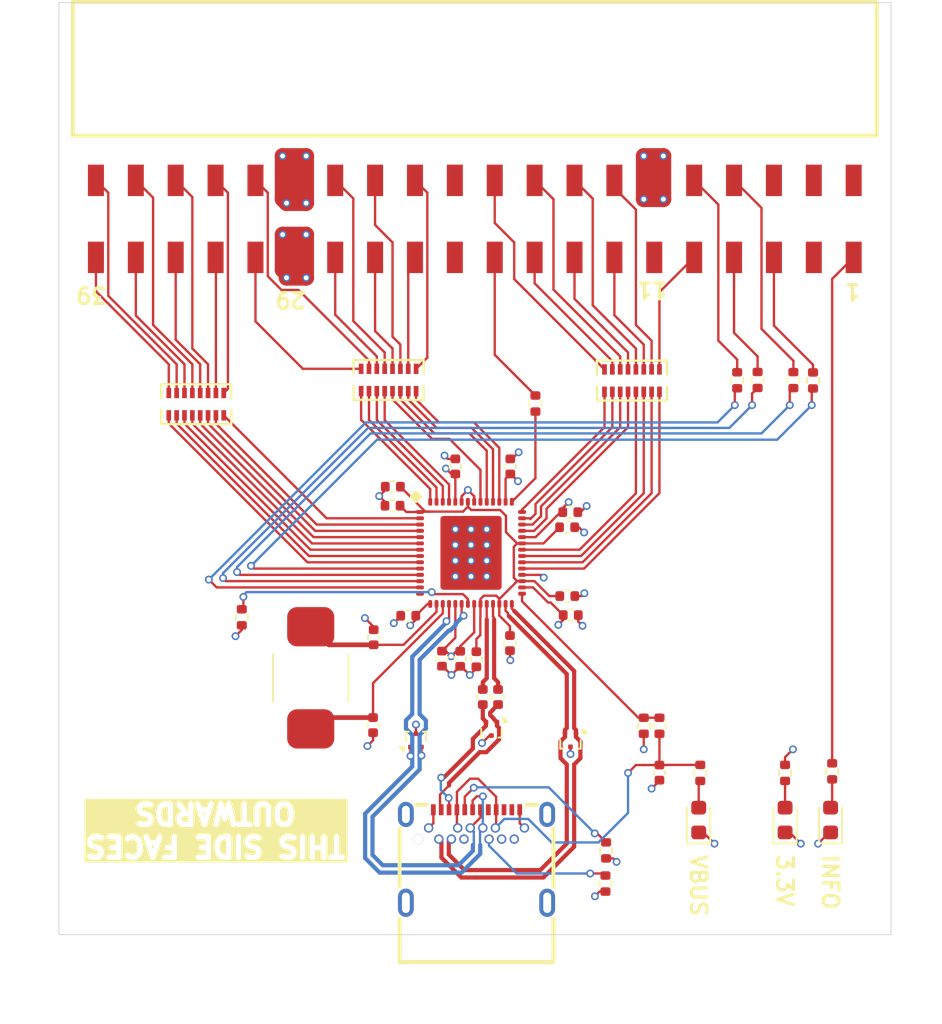
<source format=kicad_pcb>
(kicad_pcb (version 20240108) (generator "pcbnew") (generator_version "8.0")
  (layers (0 "F.Cu" signal) (1 "In1.Cu" power) (2 "In2.Cu" power) (31 "B.Cu" signal) (34 "B.Paste" user) (35 "F.Paste" user) (36 "B.SilkS" user "B.Silkscreen") (37 "F.SilkS" user "F.Silkscreen") (38 "B.Mask" user) (39 "F.Mask" user) (44 "Edge.Cuts" user))
  (net 0 "")
  (net 1 "/USB_TXN")
  (net 2 "/USB_TXP")
  (net 3 "GND")
  (net 4 "/VBUS")
  (net 5 "/XO")
  (net 6 "/XI")
  (net 7 "+3.3V")
  (net 8 "+1V0")
  (net 9 "/DATA10")
  (net 10 "/GPIO0")
  (net 11 "/DATA8")
  (net 12 "/DATA5")
  (net 13 "/~{TXE}")
  (net 14 "/DATA7")
  (net 15 "/DATA12")
  (net 16 "/~{SIWU}")
  (net 17 "/BE_1")
  (net 18 "/DATA3")
  (net 19 "/DATA4")
  (net 20 "/DATA2")
  (net 21 "+5V")
  (net 22 "/DATA13")
  (net 23 "/DATA11")
  (net 24 "/~{WAKEUP}")
  (net 25 "/DATA14")
  (net 26 "/DATA_CLK")
  (net 27 "/DATA9")
  (net 28 "/DATA15")
  (net 29 "/BE_0")
  (net 30 "/DATA0")
  (net 31 "/~{RD}")
  (net 32 "/DATA1")
  (net 33 "/DATA6")
  (net 34 "/~{RESET}")
  (net 35 "/~{WR}")
  (net 36 "/~{RXF}")
  (net 37 "/~{OE}")
  (net 38 "/GPIO1")
  (net 39 "Net-(IC1-GPIO0)")
  (net 40 "Net-(IC1-CLK)")
  (net 41 "Net-(IC1-GPIO1)")
  (net 42 "Net-(IC1-~{WAKEUP_N})")
  (net 43 "Net-(IC1-~{RESET_N})")
  (net 44 "Net-(USB1-CC1)")
  (net 45 "Net-(USB1-CC2)")
  (net 46 "Net-(IC1-RREF)")
  (net 47 "Net-(IC1-DATA_12)")
  (net 48 "Net-(IC1-DATA_9)")
  (net 49 "Net-(IC1-DATA_11)")
  (net 50 "Net-(IC1-DATA_14)")
  (net 51 "Net-(IC1-DATA_10)")
  (net 52 "Net-(IC1-DATA_13)")
  (net 53 "Net-(IC1-DATA_8)")
  (net 54 "Net-(IC1-DATA_15)")
  (net 55 "Net-(IC1-DATA_5)")
  (net 56 "Net-(IC1-DATA_3)")
  (net 57 "Net-(IC1-DATA_7)")
  (net 58 "Net-(IC1-DATA_2)")
  (net 59 "Net-(IC1-DATA_0)")
  (net 60 "Net-(IC1-DATA_6)")
  (net 61 "Net-(IC1-DATA_4)")
  (net 62 "Net-(IC1-DATA_1)")
  (net 63 "Net-(IC1-SIWU_N)")
  (net 64 "Net-(IC1-BE_1)")
  (net 65 "Net-(IC1-RD_N)")
  (net 66 "Net-(IC1-TXE_N)")
  (net 67 "Net-(IC1-WR_N)")
  (net 68 "Net-(IC1-RXF_N)")
  (net 69 "Net-(IC1-BE_0)")
  (net 70 "Net-(IC1-OE_N)")
  (net 71 "/USB_DP")
  (net 72 "/USB_DN")
  (net 73 "/USB_RXP")
  (net 74 "/USB_RXN")
  (net 88 "/USB_I_TXN")
  (net 89 "/USB_I_TXP")
  (net 90 "Net-(D1-A)")
  (net 91 "Net-(D2-A)")
  (net 92 "/VBUS_IO")
  (net 93 "Net-(D3-A)")
  (net 94 "/INFO_LED")
  (footprint "Capacitor_SMD:C_0402_1005Metric" (layer "F.Cu") (at 100.34 121.77 -90)
    (property "Reference" "C22")
    (property "Value" "0.1uF")
  )
  (footprint "Resistor_SMD:R_0402_1005Metric" (layer "F.Cu") (at 118.25 104 90)
    (property "Reference" "R1")
    (property "Value" "100R")
  )
  (footprint "Package_TO_SOT_SMD:Texas_DRT-3" (layer "F.Cu") (at 106.3325 126.9125 180)
    (property "Reference" "U2")
    (property "Value" "TPD2EUSB30")
  )
  (footprint "Resistor_SMD:R_0402_1005Metric" (layer "F.Cu") (at 114.6 129 90)
    (property "Reference" "R9")
    (property "Value" "1K")
  )
  (footprint "Capacitor_SMD:C_0402_1005Metric" (layer "F.Cu") (at 112 128.98 -90)
    (property "Reference" "C3")
    (property "Value" "0.1uF")
  )
  (footprint "Resistor_SMD:R_0402_1005Metric" (layer "F.Cu") (at 108.6 133.93 90)
    (property "Reference" "R6")
    (property "Value" "5.1K")
  )
  (footprint "Resistor_SMD:R_0402_1005Metric" (layer "F.Cu") (at 116.95 104.02 90)
    (property "Reference" "R3")
    (property "Value" "100R")
  )
  (footprint "EasyEDA:RES-ARRAY-SMD_0402-16P-L4.0-W1.6-BL" (layer "F.Cu") (at 82.5 105.54 180)
    (property "Reference" "RN3")
    (property "Value" "33R")
  )
  (footprint "Capacitor_SMD:C_0402_1005Metric" (layer "F.Cu") (at 96 119 180)
    (property "Reference" "C6")
    (property "Value" "0.1uF")
  )
  (footprint "Resistor_SMD:R_0402_1005Metric" (layer "F.Cu") (at 108.56 136.04 -90)
    (property "Reference" "R7")
    (property "Value" "5.1K")
  )
  (footprint "Resistor_SMD:R_0402_1005Metric" (layer "F.Cu") (at 120.53 104.01 90)
    (property "Reference" "R4")
    (property "Value" "100R")
  )
  (footprint "Resistor_SMD:R_0402_1005Metric" (layer "F.Cu") (at 104.1 105.5 90)
    (property "Reference" "R2")
    (property "Value" "33R")
  )
  (footprint "Resistor_SMD:R_0402_1005Metric" (layer "F.Cu") (at 85.4 119.1 90)
    (property "Reference" "R8")
    (property "Value" "1.6K")
  )
  (footprint "USBBoard3:QFN40P700X700X85-57N" (layer "F.Cu") (at 100 115)
    (property "Reference" "IC1")
    (property "Value" "FT600Q-B-T")
  )
  (footprint "LED_SMD:LED_0603_1608Metric" (layer "F.Cu") (at 120 132 90)
    (property "Reference" "D2")
    (property "Value" "LED")
  )
  (footprint "Capacitor_SMD:C_0402_1005Metric" (layer "F.Cu") (at 101.72 124.17 90)
    (property "Reference" "C2")
    (property "Value" "0.1uF")
  )
  (footprint "LED_SMD:LED_0603_1608Metric" (layer "F.Cu") (at 122.9 132 90)
    (property "Reference" "D3")
    (property "Value" "LED")
  )
  (footprint "Resistor_SMD:R_0402_1005Metric" (layer "F.Cu") (at 121.78 104.03 90)
    (property "Reference" "R5")
    (property "Value" "100R")
  )
  (footprint "Resistor_SMD:R_0402_1005Metric" (layer "F.Cu") (at 123 128.9 90)
    (property "Reference" "R13")
    (property "Value" "510R")
  )
  (footprint "Package_TO_SOT_SMD:Texas_DRT-3" (layer "F.Cu") (at 96.49 126.93)
    (property "Reference" "U1")
    (property "Value" "TPD2EUSB30")
  )
  (footprint "EasyEDA:RES-ARRAY-SMD_0402-16P-L4.0-W1.6-BL" (layer "F.Cu") (at 110.25 104.04)
    (property "Reference" "RN2")
    (property "Value" "33R")
  )
  (footprint "Capacitor_SMD:C_0402_1005Metric" (layer "F.Cu") (at 106.35 118.96)
    (property "Reference" "C7")
    (property "Value" "0.1uF")
  )
  (footprint "EasyEDA:RES-ARRAY-SMD_0402-16P-L4.0-W1.6-BL" (layer "F.Cu") (at 94.75 104)
    (property "Reference" "RN1")
    (property "Value" "33R")
  )
  (footprint "Resistor_SMD:R_0402_1005Metric" (layer "F.Cu") (at 120 129 90)
    (property "Reference" "R10")
    (property "Value" "510R")
  )
  (footprint "Capacitor_SMD:C_0402_1005Metric" (layer "F.Cu") (at 99.31 121.74 -90)
    (property "Reference" "C10")
    (property "Value" "0.1uF")
  )
  (footprint "Package_TO_SOT_SMD:Texas_DRT-3" (layer "F.Cu") (at 101.3 126.2 180)
    (property "Reference" "U3")
    (property "Value" "TPD2EUSB30")
  )
  (footprint "Capacitor_SMD:C_0402_1005Metric" (layer "F.Cu") (at 93.8 120.37 90)
    (property "Reference" "C5")
    (property "Value" "18pF")
  )
  (footprint "Capacitor_SMD:C_0402_1005Metric" (layer "F.Cu") (at 106.32 112.41)
    (property "Reference" "C8")
    (property "Value" "0.1uF")
  )
  (footprint "Capacitor_SMD:C_0402_1005Metric" (layer "F.Cu") (at 93.76 125.96 -90)
    (property "Reference" "C4")
    (property "Value" "18pF")
  )
  (footprint "Capacitor_SMD:C_0402_1005Metric" (layer "F.Cu") (at 106.13 117.75)
    (property "Reference" "C16")
    (property "Value" "0.1uF")
  )
  (footprint "Capacitor_SMD:C_0402_1005Metric" (layer "F.Cu") (at 98.15 121.73 -90)
    (property "Reference" "C9")
    (property "Value" "0.1uF")
  )
  (footprint "Crystal:Crystal_SMD_TXC_AX_8045-2Pin_8.0x4.5mm" (layer "F.Cu") (at 89.79 122.95 -90)
    (property "Reference" "Y1")
    (property "Value" "30Mhz")
  )
  (footprint "Capacitor_SMD:C_0402_1005Metric" (layer "F.Cu") (at 106.12 113.37)
    (property "Reference" "C18")
    (property "Value" "0.1uF")
  )
  (footprint "LED_SMD:LED_0603_1608Metric" (layer "F.Cu") (at 114.5 132 90)
    (property "Reference" "D1")
    (property "Value" "LED")
  )
  (footprint "Resistor_SMD:R_0402_1005Metric" (layer "F.Cu") (at 111 126 90)
    (property "Reference" "R11")
    (property "Value" "1K")
  )
  (footprint "Capacitor_SMD:C_0402_1005Metric" (layer "F.Cu") (at 102.48 120.74 -90)
    (property "Reference" "C24")
    (property "Value" "1uF")
  )
  (footprint "EasyEDA:USB-C-SMD_GT-USB-7001B" (layer "F.Cu") (at 100.35 134.3025)
    (property "Reference" "USB1")
    (property "Value" "GT-USB-7001B")
  )
  (footprint "Capacitor_SMD:C_0402_1005Metric" (layer "F.Cu") (at 95.02 110.79 180)
    (property "Reference" "C20")
    (property "Value" "0.1uF")
  )
  (footprint "EasyEDA:HDR-SMD_40P-P2.54_PM254-2-20-WS-8.5" (layer "F.Cu") (at 100.24 93.75)
    (property "Reference" "H1")
    (property "Value" "PM254-2-20-WS-8.5")
  )
  (footprint "Capacitor_SMD:C_0402_1005Metric" (layer "F.Cu") (at 95 112 180)
    (property "Reference" "C25")
    (property "Value" "4.7uF")
  )
  (footprint "Capacitor_SMD:C_0402_1005Metric" (layer "F.Cu") (at 99 109.5 90)
    (property "Reference" "C14")
    (property "Value" "0.1uF")
  )
  (footprint "Capacitor_SMD:C_0402_1005Metric" (layer "F.Cu") (at 102.5 109.5 90)
    (property "Reference" "C12")
    (property "Value" "0.1uF")
  )
  (footprint "Resistor_SMD:R_0402_1005Metric" (layer "F.Cu") (at 112 126 -90)
    (property "Reference" "R12")
    (property "Value" "510R")
  )
  (footprint "Capacitor_SMD:C_0402_1005Metric" (layer "F.Cu") (at 100.75 124.17 90)
    (property "Reference" "C1")
    (property "Value" "0.1uF")
  )
  (gr_rect (start 73.75 79.99) (end 126.75 139.29) (stroke (width 0.05)) (fill none) (layer "Edge.Cuts"))
  (gr_text "." (at 95.1 112.3 0) (layer "F.SilkS") (effects (font (size 5 5) (thickness 0.3) (bold yes)) (justify left bottom)))
  (gr_text "1" (at 124.9 97.8 180) (layer "F.SilkS") (effects (font (size 1 1) (thickness 0.2) (bold yes)) (justify left bottom)))
  (gr_text "11" (at 112.6 97.7 180) (layer "F.SilkS") (effects (font (size 1 1) (thickness 0.2) (bold yes)) (justify left bottom)))
  (gr_text "29" (at 89.6 98.3 180) (layer "F.SilkS") (effects (font (size 1 1) (thickness 0.2) (bold yes)) (justify left bottom)))
  (gr_text "THIS SIDE FACES\nOUTWARDS" (at 83.7 130.8 180) (layer "F.SilkS" knockout) (effects (font (size 1.3 1.3) (thickness 0.325) (bold yes)) (justify bottom)))
  (gr_text "INFO" (at 122.3 134.1 -90) (layer "F.SilkS") (effects (font (size 1 1) (thickness 0.2) (bold yes)) (justify left bottom)))
  (gr_text "39" (at 76.9 98 180) (layer "F.SilkS") (effects (font (size 1 1) (thickness 0.2) (bold yes)) (justify left bottom)))
  (gr_text "3.3V" (at 119.4 134.1 -90) (layer "F.SilkS") (effects (font (size 1 1) (thickness 0.2) (bold yes)) (justify left bottom)))
  (gr_text "VBUS" (at 113.9 134.1 -90) (layer "F.SilkS") (effects (font (size 1 1) (thickness 0.2) (bold yes)) (justify left bottom)))
  (segment (start 101 119.246463) (end 100.9998 119.246663) (width 0.15) (layer "F.Cu") (net 1))
  (segment (start 100.9998 122.975199) (end 100.9998 119.246663) (width 0.2672) (layer "F.Cu") (net 1))
  (segment (start 100.75 123.224999) (end 100.9998 122.975199) (width 0.2672) (layer "F.Cu") (net 1))
  (segment (start 101 118.25) (end 101 119.246463) (width 0.15) (layer "F.Cu") (net 1))
  (segment (start 100.75 123.69) (end 100.75 123.224999) (width 0.2672) (layer "F.Cu") (net 1))
  (segment (start 101.72 123.69) (end 101.72 123.224999) (width 0.2672) (layer "F.Cu") (net 2))
  (segment (start 101.4 119.069015) (end 101.4702 119.139215) (width 0.15) (layer "F.Cu") (net 2))
  (segment (start 101.72 123.224999) (end 101.4702 122.975199) (width 0.2672) (layer "F.Cu") (net 2))
  (segment (start 101.4 118.25) (end 101.4 119.069015) (width 0.15) (layer "F.Cu") (net 2))
  (segment (start 101.4702 119.139215) (end 101.4702 119.246663) (width 0.15) (layer "F.Cu") (net 2))
  (segment (start 101.4702 122.975199) (end 101.4702 119.246663) (width 0.2672) (layer "F.Cu") (net 2))
  (segment (start 88.81 92.06) (end 89.5 92.75) (width 1) (layer "F.Cu") (net 3))
  (segment (start 106.8 112.41) (end 106.97 112.41) (width 0.15) (layer "F.Cu") (net 3))
  (segment (start 93.8 119.89) (end 93.8 119.71) (width 0.15) (layer "F.Cu") (net 3))
  (segment (start 102.5 109.02) (end 102.61 109.02) (width 0.15) (layer "F.Cu") (net 3))
  (segment (start 114.7875 132.7875) (end 115.5 133.5) (width 0.15) (layer "F.Cu") (net 3))
  (segment (start 103.1 131.3425) (end 103.1 132.2025) (width 0.15) (layer "F.Cu") (net 3))
  (segment (start 109.05 134.44) (end 109.27 134.66) (width 0.15) (layer "F.Cu") (net 3))
  (segment (start 106.97 112.41) (end 107.36 112.02) (width 0.15) (layer "F.Cu") (net 3))
  (segment (start 102.48 121.81) (end 102.5 121.83) (width 0.15) (layer "F.Cu") (net 3))
  (segment (start 94.54 110.79) (end 94.54 111) (width 0.15) (layer "F.Cu") (net 3))
  (segment (start 88 89.75) (end 89.5 89.75) (width 1) (layer "F.Cu") (net 3))
  (segment (start 88.81 90.56) (end 88 89.75) (width 1) (layer "F.Cu") (net 3))
  (segment (start 104.455 116.4) (end 104.63 116.575) (width 0.15) (layer "F.Cu") (net 3))
  (segment (start 101.3 126.625) (end 101.175 126.625) (width 0.15) (layer "F.Cu") (net 3))
  (segment (start 95.52 119.03) (end 95.08 119.47) (width 0.15) (layer "F.Cu") (net 3))
  (segment (start 102.48 121.22) (end 102.48 121.81) (width 0.15) (layer "F.Cu") (net 3))
  (segment (start 106.6 113.37) (end 106.87 113.37) (width 0.15) (layer "F.Cu") (net 3))
  (segment (start 111.67 91.3) (end 111.67 91.92) (width 1) (layer "F.Cu") (net 3))
  (segment (start 99.3 122.22) (end 98.75 122.77) (width 0.15) (layer "F.Cu") (net 3))
  (segment (start 114.5 132.7875) (end 114.7875 132.7875) (width 0.15) (layer "F.Cu") (net 3))
  (segment (start 102.61 109.02) (end 103.03 108.6) (width 0.15) (layer "F.Cu") (net 3))
  (segment (start 88.81 92.19) (end 88.25 92.75) (width 1) (layer "F.Cu") (net 3))
  (segment (start 95.52 119) (end 95.52 119.03) (width 0.15) (layer "F.Cu") (net 3))
  (segment (start 88 89.75) (end 88 92.5) (width 1) (layer "F.Cu") (net 3))
  (segment (start 100.2 111.75) (end 100.2 111.400345) (width 0.15) (layer "F.Cu") (net 3))
  (segment (start 85.4 119.61) (end 85.4 119.9) (width 0.15) (layer "F.Cu") (net 3))
  (segment (start 111.67 91.3) (end 111.67 90.42) (width 1) (layer "F.Cu") (net 3))
  (segment (start 112 129.5) (end 111.5 130) (width 0.15) (layer "F.Cu") (net 3))
  (segment (start 97.6 131.3425) (end 97.6 132.2025) (width 0.15) (layer "F.Cu") (net 3))
  (segment (start 103.1 132.2025) (end 103.4 132.5025) (width 0.15) (layer "F.Cu") (net 3))
  (segment (start 108.19 136.55) (end 107.89 136.85) (width 0.15) (layer "F.Cu") (net 3))
  (segment (start 112 129.46) (end 112 129.5) (width 0.15) (layer "F.Cu") (net 3))
  (segment (start 98.52 109.02) (end 98.31 108.81) (width 0.15) (layer "F.Cu") (net 3))
  (segment (start 94.52 111.76) (end 94.15 111.39) (width 0.15) (layer "F.Cu") (net 3))
  (segment (start 111 89.75) (end 111 92.5) (width 1) (layer "F.Cu") (net 3))
  (segment (start 111.67 91.83) (end 111 92.5) (width 1) (layer "F.Cu") (net 3))
  (segment (start 106.83 119.37) (end 107.1 119.64) (width 0.15) (layer "F.Cu") (net 3))
  (segment (start 99.31 122.22) (end 99.3 122.22) (width 0.15) (layer "F.Cu") (net 3))
  (segment (start 88.81 91.3) (end 88.81 90.44) (width 1) (layer "F.Cu") (net 3))
  (segment (start 100.2 111.400345) (end 99.799656 111.000001) (width 0.15) (layer "F.Cu") (net 3))
  (segment (start 106.61 117.75) (end 107.04 117.75) (width 0.15) (layer "F.Cu") (net 3))
  (segment (start 88.81 91.3) (end 88.81 90.56) (width 1) (layer "F.Cu") (net 3))
  (segment (start 99 109.02) (end 98.52 109.02) (width 0.15) (layer "F.Cu") (net 3))
  (segment (start 107.04 117.75) (end 107.22 117.57) (width 0.15) (layer "F.Cu") (net 3))
  (segment (start 99.4 111.75) (end 99.4 111.399657) (width 0.15) (layer "F.Cu") (net 3))
  (segment (start 100.34 122.25) (end 100.34 122.35) (width 0.15) (layer "F.Cu") (net 3))
  (segment (start 88.25 92.75) (end 89.5 92.75) (width 1) (layer "F.Cu") (net 3))
  (segment (start 106.3325 127.3375) (end 106.3325 127.8025) (width 0.15) (layer "F.Cu") (net 3))
  (segment (start 98.19 122.21) (end 98.75 122.77) (width 0.15) (layer "F.Cu") (net 3))
  (segment (start 99.4 111.399657) (end 99.799656 111.000001) (width 0.15) (layer "F.Cu") (net 3))
  (segment (start 88 92.5) (end 88.25 92.75) (width 1) (layer "F.Cu") (net 3))
  (segment (start 93.76 126.44) (end 93.76 126.93) (width 0.15) (layer "F.Cu") (net 3))
  (segment (start 89.5 92.75) (end 89.5 89.75) (width 1) (layer "F.Cu") (net 3))
  (segment (start 94.54 111) (end 94.15 111.39) (width 0.15) (layer "F.Cu") (net 3))
  (segment (start 111 126.51) (end 111 127.5) (width 0.15) (layer "F.Cu") (net 3))
  (segment (start 112.25 92.5) (end 112.25 89.75) (width 1) (layer "F.Cu") (net 3))
  (segment (start 111.67 91.92) (end 112.25 92.5) (width 1) (layer "F.Cu") (net 3))
  (segment (start 94.52 112) (end 94.52 111.76) (width 0.15) (layer "F.Cu") (net 3))
  (segment (start 99.37 122.22) (end 99.92 122.77) (width 0.15) (layer "F.Cu") (net 3))
  (segment (start 96.49 126.505) (end 96.49 125.92) (width 0.15) (layer "F.Cu") (net 3))
  (segment (start 108.56 136.55) (end 108.19 136.55) (width 0.15) (layer "F.Cu") (net 3))
  (segment (start 120.2875 132.7875) (end 121 133.5) (width 0.15) (layer "F.Cu") (net 3))
  (segment (start 106.87 113.37) (end 107.2 113.7) (width 0.15) (layer "F.Cu") (net 3))
  (segment (start 98.15 122.21) (end 98.19 122.21) (width 0.15) (layer "F.Cu") (net 3))
  (segment (start 103.25 116.4) (end 104.455 116.4) (width 0.15) (layer "F.Cu") (net 3))
  (segment (start 120 132.7875) (end 120.2875 132.7875) (width 0.15) (layer "F.Cu") (net 3))
  (segment (start 88.81 90.44) (end 89.5 89.75) (width 1) (layer "F.Cu") (net 3))
  (segment (start 93.76 126.93) (end 93.4 127.29) (width 0.15) (layer "F.Cu") (net 3))
  (segment (start 122.9 132.7875) (end 122.8125 132.7875) (width 0.15) (layer "F.Cu") (net 3))
  (segment (start 111 89.75) (end 112.25 89.75) (width 1) (layer "F.Cu") (net 3))
  (segment (start 100.34 122.35) (end 99.92 122.77) (width 0.15) (layer "F.Cu") (net 3))
  (segment (start 111 92.5) (end 112.25 92.5) (width 1) (layer "F.Cu") (net 3))
  (segment (start 122.8125 132.7875) (end 122.1 133.5) (width 0.15) (layer "F.Cu") (net 3))
  (segment (start 99.31 122.22) (end 99.37 122.22) (width 0.15) (layer "F.Cu") (net 3))
  (segment (start 106.83 118.96) (end 106.83 119.37) (width 0.15) (layer "F.Cu") (net 3))
  (segment (start 97.6 132.2025) (end 97.3 132.5025) (width 0.15) (layer "F.Cu") (net 3))
  (segment (start 88.81 91.3) (end 88.81 92.06) (width 1) (layer "F.Cu") (net 3))
  (segment (start 88.81 91.3) (end 88.81 92.19) (width 1) (layer "F.Cu") (net 3))
  (segment (start 101.175 126.625) (end 100.7 127.1) (width 0.15) (layer "F.Cu") (net 3))
  (segment (start 85.4 119.9) (end 85 120.3) (width 0.15) (layer "F.Cu") (net 3))
  (segment (start 111.67 90.33) (end 112.25 89.75) (width 1) (layer "F.Cu") (net 3))
  (segment (start 93.8 119.71) (end 93.24 119.15) (width 0.15) (layer "F.Cu") (net 3))
  (segment (start 111.67 90.42) (end 111 89.75) (width 1) (layer "F.Cu") (net 3))
  (segment (start 111.67 91.3) (end 111.67 90.33) (width 1) (layer "F.Cu") (net 3))
  (segment (start 111.67 91.3) (end 111.67 91.83) (width 1) (layer "F.Cu") (net 3))
  (segment (start 108.6 134.44) (end 109.05 134.44) (width 0.15) (layer "F.Cu") (net 3))
  (via (at 101 115.5) (size 0.5) (drill 0.3) (layers "F.Cu" "B.Cu") (net 3))
  (via (at 100 115.5) (size 0.5) (drill 0.3) (layers "F.Cu" "B.Cu") (net 3))
  (via (at 100 114.5) (size 0.5) (drill 0.3) (layers "F.Cu" "B.Cu") (net 3))
  (via (at 107.1 119.64) (size 0.5) (drill 0.3) (layers "F.Cu" "B.Cu") (net 3))
  (via (at 98.31 108.81) (size 0.5) (drill 0.3) (layers "F.Cu" "B.Cu") (net 3))
  (via (at 122.1 133.5) (size 0.5) (drill 0.3) (layers "F.Cu" "B.Cu") (net 3))
  (via (at 85 120.3) (size 0.5) (drill 0.3) (layers "F.Cu" "B.Cu") (net 3))
  (via (at 88.25 92.75) (size 0.5) (drill 0.3) (layers "F.Cu" "B.Cu") (net 3))
  (via (at 89.5 92.75) (size 0.5) (drill 0.3) (layers "F.Cu" "B.Cu") (net 3))
  (via (at 99 115.5) (size 0.5) (drill 0.3) (layers "F.Cu" "B.Cu") (net 3))
  (via (at 103.03 108.6) (size 0.5) (drill 0.3) (layers "F.Cu" "B.Cu") (net 3))
  (via (at 99 116.5) (size 0.5) (drill 0.3) (layers "F.Cu" "B.Cu") (net 3))
  (via (at 115.5 133.5) (size 0.5) (drill 0.3) (layers "F.Cu" "B.Cu") (net 3))
  (via (at 112.25 89.75) (size 0.5) (drill 0.3) (layers "F.Cu" "B.Cu") (net 3))
  (via (at 111.5 130) (size 0.5) (drill 0.3) (layers "F.Cu" "B.Cu") (net 3))
  (via (at 93.24 119.15) (size 0.5) (drill 0.3) (layers "F.Cu" "B.Cu") (net 3))
  (via (at 111 127.5) (size 0.5) (drill 0.3) (layers "F.Cu" "B.Cu") (net 3))
  (via (at 94.15 111.39) (size 0.5) (drill 0.3) (layers "F.Cu" "B.Cu") (net 3))
  (via (at 111 89.75) (size 0.5) (drill 0.3) (layers "F.Cu" "B.Cu") (net 3))
  (via (at 112.25 92.5) (size 0.5) (drill 0.3) (layers "F.Cu" "B.Cu") (net 3))
  (via (at 111 92.5) (size 0.5) (drill 0.3) (layers "F.Cu" "B.Cu") (net 3))
  (via (at 95.08 119.47) (size 0.5) (drill 0.3) (layers "F.Cu" "B.Cu") (net 3))
  (via (at 106.3325 127.8025) (size 0.5) (drill 0.3) (layers "F.Cu" "B.Cu") (net 3))
  (via (at 107.36 112.02) (size 0.5) (drill 0.3) (layers "F.Cu" "B.Cu") (net 3))
  (via (at 100 113.5) (size 0.5) (drill 0.3) (layers "F.Cu" "B.Cu") (net 3))
  (via (at 88 89.75) (size 0.5) (drill 0.3) (layers "F.Cu" "B.Cu") (net 3))
  (via (at 107.22 117.57) (size 0.5) (drill 0.3) (layers "F.Cu" "B.Cu") (net 3))
  (via (at 96.49 125.92) (size 0.5) (drill 0.3) (layers "F.Cu" "B.Cu") (net 3))
  (via (at 104.63 116.575) (size 0.5) (drill 0.3) (layers "F.Cu" "B.Cu") (net 3))
  (via (at 89.5 89.75) (size 0.5) (drill 0.3) (layers "F.Cu" "B.Cu") (net 3))
  (via (at 109.27 134.66) (size 0.5) (drill 0.3) (layers "F.Cu" "B.Cu") (net 3))
  (via (at 101 114.5) (size 0.5) (drill 0.3) (layers "F.Cu" "B.Cu") (net 3))
  (via (at 100.7 127.1) (size 0.5) (drill 0.3) (layers "F.Cu" "B.Cu") (net 3))
  (via (at 99 113.5) (size 0.5) (drill 0.3) (layers "F.Cu" "B.Cu") (net 3))
  (via (at 98.75 122.77) (size 0.5) (drill 0.3) (layers "F.Cu" "B.Cu") (net 3))
  (via (at 101 113.5) (size 0.5) (drill 0.3) (layers "F.Cu" "B.Cu") (net 3))
  (via (at 102.5 121.83) (size 0.5) (drill 0.3) (layers "F.Cu" "B.Cu") (net 3))
  (via (at 99.799656 111.000001) (size 0.5) (drill 0.3) (layers "F.Cu" "B.Cu") (net 3))
  (via (at 93.4 127.29) (size 0.5) (drill 0.3) (layers "F.Cu" "B.Cu") (net 3))
  (via (at 101 116.5) (size 0.5) (drill 0.3) (layers "F.Cu" "B.Cu") (net 3))
  (via (at 100 116.5) (size 0.5) (drill 0.3) (layers "F.Cu" "B.Cu") (net 3))
  (via (at 107.2 113.7) (size 0.5) (drill 0.3) (layers "F.Cu" "B.Cu") (net 3))
  (via (at 121 133.5) (size 0.5) (drill 0.3) (layers "F.Cu" "B.Cu") (net 3))
  (via (at 99 114.5) (size 0.5) (drill 0.3) (layers "F.Cu" "B.Cu") (net 3))
  (via (at 107.89 136.85) (size 0.5) (drill 0.3) (layers "F.Cu" "B.Cu") (net 3))
  (via (at 99.92 122.77) (size 0.5) (drill 0.3) (layers "F.Cu" "B.Cu") (net 3))
  (segment (start 101.6 130.52) (end 101.6 131.3425) (width 0.15) (layer "F.Cu") (net 4))
  (segment (start 112.51 128.49) (end 114.6 128.49) (width 0.15) (layer "F.Cu") (net 4))
  (segment (start 101.6 131.3425) (end 101.6 132.4525) (width 0.15) (layer "F.Cu") (net 4))
  (segment (start 99.1 132.4525) (end 99.15 132.5025) (width 0.15) (layer "F.Cu") (net 4))
  (segment (start 99.934521 129.368857) (end 100.448857 129.368857) (width 0.15) (layer "F.Cu") (net 4))
  (segment (start 101.6 132.4525) (end 101.55 132.5025) (width 0.15) (layer "F.Cu") (net 4))
  (segment (start 99.1 130.203378) (end 99.934521 129.368857) (width 0.15) (layer "F.Cu") (net 4))
  (segment (start 112.5 128.5) (end 112.51 128.49) (width 0.15) (layer "F.Cu") (net 4))
  (segment (start 112 128.5) (end 112.5 128.5) (width 0.15) (layer "F.Cu") (net 4))
  (segment (start 99.1 131.3425) (end 99.1 132.4525) (width 0.15) (layer "F.Cu") (net 4))
  (segment (start 110 129) (end 110.5 128.5) (width 0.15) (layer "F.Cu") (net 4))
  (segment (start 99.1 131.3425) (end 99.1 130.203378) (width 0.15) (layer "F.Cu") (net 4))
  (segment (start 112 128.5) (end 112 126.51) (width 0.15) (layer "F.Cu") (net 4))
  (segment (start 100.448857 129.368857) (end 101.6 130.52) (width 0.15) (layer "F.Cu") (net 4))
  (segment (start 110.5 128.5) (end 112 128.5) (width 0.15) (layer "F.Cu") (net 4))
  (via (at 110 129) (size 0.5) (drill 0.3) (layers "F.Cu" "B.Cu") (net 4))
  (segment (start 108.118173 133.425) (end 110 131.543173) (width 0.15) (layer "B.Cu") (net 4))
  (segment (start 110 131.543173) (end 110 129) (width 0.15) (layer "B.Cu") (net 4))
  (segment (start 101.55 132.5025) (end 102.125 131.9275) (width 0.15) (layer "B.Cu") (net 4))
  (segment (start 105.135673 133.425) (end 108.118173 133.425) (width 0.15) (layer "B.Cu") (net 4))
  (segment (start 102.125 131.9275) (end 103.638173 131.9275) (width 0.15) (layer "B.Cu") (net 4))
  (segment (start 103.638173 131.9275) (end 105.135673 133.425) (width 0.15) (layer "B.Cu") (net 4))
  (segment (start 98.2 118.846543) (end 98.2 118.25) (width 0.15) (layer "F.Cu") (net 5))
  (segment (start 93.76 123.286543) (end 98.2 118.846543) (width 0.15) (layer "F.Cu") (net 5))
  (segment (start 89.79 126.2) (end 90.51 125.48) (width 0.3) (layer "F.Cu") (net 5))
  (segment (start 93.76 125.48) (end 93.76 123.286543) (width 0.15) (layer "F.Cu") (net 5))
  (segment (start 90.51 125.48) (end 93.76 125.48) (width 0.3) (layer "F.Cu") (net 5))
  (segment (start 95.701569 120.85) (end 97.8 118.751569) (width 0.15) (layer "F.Cu") (net 6))
  (segment (start 93.8 120.85) (end 95.701569 120.85) (width 0.15) (layer "F.Cu") (net 6))
  (segment (start 89.79 119.7) (end 90.94 120.85) (width 0.3) (layer "F.Cu") (net 6))
  (segment (start 97.8 118.751569) (end 97.8 118.25) (width 0.15) (layer "F.Cu") (net 6))
  (segment (start 90.94 120.85) (end 93.8 120.85) (width 0.3) (layer "F.Cu") (net 6))
  (segment (start 88.81 96.81) (end 89.5 97.5) (width 1) (layer "F.Cu") (net 7))
  (segment (start 102.2 111.75) (end 102.2 110.28) (width 0.15) (layer "F.Cu") (net 7))
  (segment (start 88 94.75) (end 88 97) (width 1) (layer "F.Cu") (net 7))
  (segment (start 97.4 118.25) (end 97.23 118.25) (width 0.15) (layer "F.Cu") (net 7))
  (segment (start 88.81 96.94) (end 88.375 97.375) (width 1) (layer "F.Cu") (net 7))
  (segment (start 88.81 96.2) (end 88.81 95.56) (width 1) (layer "F.Cu") (net 7))
  (segment (start 98.15 121.25) (end 99 120.4) (width 0.15) (layer "F.Cu") (net 7))
  (segment (start 103.25 114) (end 104.10922 114) (width 0.15) (layer "F.Cu") (net 7))
  (segment (start 99.31 120.95) (end 99.31 121.26) (width 0.15) (layer "F.Cu") (net 7))
  (segment (start 99 111.75) (end 99 109.98) (width 0.15) (layer "F.Cu") (net 7))
  (segment (start 98.15 121.25) (end 98.39788 121.25) (width 0.15) (layer "F.Cu") (net 7))
  (segment (start 88.81 95.56) (end 88 94.75) (width 1) (layer "F.Cu") (net 7))
  (segment (start 88 94.75) (end 89.5 94.75) (width 1) (layer "F.Cu") (net 7))
  (segment (start 89.5 94.75) (end 89.5 97.5) (width 1) (layer "F.Cu") (net 7))
  (segment (start 105.69922 112.41) (end 105.84 112.41) (width 0.15) (layer "F.Cu") (net 7))
  (segment (start 103.25 117.2) (end 103.946853 117.2) (width 0.15) (layer "F.Cu") (net 7))
  (segment (start 88.375 97.375) (end 88.25 97.5) (width 1) (layer "F.Cu") (net 7))
  (segment (start 105.87 118.96) (end 105.87 119.27) (width 0.15) (layer "F.Cu") (net 7))
  (segment (start 88.81 96.2) (end 88.81 95.44) (width 1) (layer "F.Cu") (net 7))
  (segment (start 96.48 119) (end 96.48 119.258396) (width 0.15) (layer "F.Cu") (net 7))
  (segment (start 96.48 119.258396) (end 96.128532 119.609864) (width 0.15) (layer "F.Cu") (net 7))
  (segment (start 105.07 118.16) (end 105.87 118.96) (width 0.15) (layer "F.Cu") (net 7))
  (segment (start 88.81 96.2) (end 88.81 96.94) (width 1) (layer "F.Cu") (net 7))
  (segment (start 103.946853 117.2) (end 104.906853 118.16) (width 0.15) (layer "F.Cu") (net 7))
  (segment (start 99.056504 121.26) (end 98.732192 121.584312) (width 0.15) (layer "F.Cu") (net 7))
  (segment (start 88 97) (end 88.375 97.375) (width 1) (layer "F.Cu") (net 7))
  (segment (start 97.23 118.25) (end 96.48 119) (width 0.15) (layer "F.Cu") (net 7))
  (segment (start 99 120.4) (end 99 118.25) (width 0.15) (layer "F.Cu") (net 7))
  (segment (start 104.906853 118.16) (end 105.07 118.16) (width 0.15) (layer "F.Cu") (net 7))
  (segment (start 105.84 112.151514) (end 106.218952 111.772562) (width 0.15) (layer "F.Cu") (net 7))
  (segment (start 88.25 97.5) (end 89.5 97.5) (width 1) (layer "F.Cu") (net 7))
  (segment (start 102.53 109.98) (end 102.99 110.44) (width 0.15) (layer "F.Cu") (net 7))
  (segment (start 104.10922 114) (end 105.69922 112.41) (width 0.15) (layer "F.Cu") (net 7))
  (segment (start 100.2 118.25) (end 100.2 120.06) (width 0.15) (layer "F.Cu") (net 7))
  (segment (start 99.31 121.26) (end 99.056504 121.26) (width 0.15) (layer "F.Cu") (net 7))
  (segment (start 102.5 109.98) (end 102.53 109.98) (width 0.15) (layer "F.Cu") (net 7))
  (segment (start 98.742248 109.98) (end 98.39693 109.634682) (width 0.15) (layer "F.Cu") (net 7))
  (segment (start 98.39788 121.25) (end 98.732192 121.584312) (width 0.15) (layer "F.Cu") (net 7))
  (segment (start 102.2 110.28) (end 102.5 109.98) (width 0.15) (layer "F.Cu") (net 7))
  (segment (start 105.87 119.27) (end 105.56 119.58) (width 0.15) (layer "F.Cu") (net 7))
  (segment (start 100.2 120.06) (end 99.31 120.95) (width 0.15) (layer "F.Cu") (net 7))
  (segment (start 88.81 96.2) (end 88.81 96.81) (width 1) (layer "F.Cu") (net 7))
  (segment (start 120 128) (end 120.5 127.5) (width 0.15) (layer "F.Cu") (net 7))
  (segment (start 99 109.98) (end 98.742248 109.98) (width 0.15) (layer "F.Cu") (net 7))
  (segment (start 120 128.49) (end 120 128) (width 0.15) (layer "F.Cu") (net 7))
  (segment (start 105.84 112.41) (end 105.84 112.151514) (width 0.15) (layer "F.Cu") (net 7))
  (segment (start 88.81 95.44) (end 89.5 94.75) (width 1) (layer "F.Cu") (net 7))
  (via (at 88.25 97.5) (size 0.5) (drill 0.3) (layers "F.Cu" "B.Cu") (net 7))
  (via (at 120.5 127.5) (size 0.5) (drill 0.3) (layers "F.Cu" "B.Cu") (net 7))
  (via (at 89.5 94.75) (size 0.5) (drill 0.3) (layers "F.Cu" "B.Cu") (net 7))
  (via (at 106.218952 111.772562) (size 0.5) (drill 0.3) (layers "F.Cu" "B.Cu") (net 7))
  (via (at 89.5 97.5) (size 0.5) (drill 0.3) (layers "F.Cu" "B.Cu") (net 7))
  (via (at 98.39693 109.634682) (size 0.5) (drill 0.3) (layers "F.Cu" "B.Cu") (net 7))
  (via (at 102.99 110.44) (size 0.5) (drill 0.3) (layers "F.Cu" "B.Cu") (net 7))
  (via (at 96.128532 119.609864) (size 0.5) (drill 0.3) (layers "F.Cu" "B.Cu") (net 7))
  (via (at 98.732192 121.584312) (size 0.5) (drill 0.3) (layers "F.Cu" "B.Cu") (net 7))
  (via (at 105.56 119.58) (size 0.5) (drill 0.3) (layers "F.Cu" "B.Cu") (net 7))
  (via (at 88 94.75) (size 0.5) (drill 0.3) (layers "F.Cu" "B.Cu") (net 7))
  (segment (start 101.8 118.990472) (end 101.8 118.25) (width 0.15) (layer "F.Cu") (net 8))
  (segment (start 97.37 112.375) (end 96.775 112.375) (width 0.15) (layer "F.Cu") (net 8))
  (segment (start 95.88 112.4) (end 95.48 112) (width 0.15) (layer "F.Cu") (net 8))
  (segment (start 95.5 110.79) (end 97.085 112.375) (width 0.15) (layer "F.Cu") (net 8))
  (segment (start 101.855084 112.275) (end 100.01341 112.275) (width 0.15) (layer "F.Cu") (net 8))
  (segment (start 102.93841 116.8) (end 103.25 116.8) (width 0.15) (layer "F.Cu") (net 8))
  (segment (start 103.25 114.4) (end 104.61 114.4) (width 0.15) (layer "F.Cu") (net 8))
  (segment (start 102.93841 114.4) (end 102.725 114.61341) (width 0.15) (layer "F.Cu") (net 8))
  (segment (start 99.8 112.06159) (end 99.48659 112.375) (width 0.15) (layer "F.Cu") (net 8))
  (segment (start 100.6 117.93841) (end 100.81341 117.725) (width 0.15) (layer "F.Cu") (net 8))
  (segment (start 102.48 119.670472) (end 101.8 118.990472) (width 0.15) (layer "F.Cu") (net 8))
  (segment (start 100.5912 120.23) (end 100.34 120.4812) (width 0.15) (layer "F.Cu") (net 8))
  (segment (start 100.5912 119.077415) (end 100.5912 120.23) (width 0.15) (layer "F.Cu") (net 8))
  (segment (start 100.34 120.4812) (end 100.34 121.29) (width 0.15) (layer "F.Cu") (net 8))
  (segment (start 104.61 114.4) (end 105.64 113.37) (width 0.15) (layer "F.Cu") (net 8))
  (segment (start 100.6 118.25) (end 100.6 119.068615) (width 0.15) (layer "F.Cu") (net 8))
  (segment (start 101.8 118.25) (end 101.8 117.93841) (width 0.15) (layer "F.Cu") (net 8))
  (segment (start 96.775 112.375) (end 96.75 112.4) (width 0.15) (layer "F.Cu") (net 8))
  (segment (start 100.6 119.068615) (end 100.5912 119.077415) (width 0.15) (layer "F.Cu") (net 8))
  (segment (start 103.25 116.8) (end 104.041827 116.8) (width 0.15) (layer "F.Cu") (net 8))
  (segment (start 103.25 114.4) (end 102.93841 114.4) (width 0.15) (layer "F.Cu") (net 8))
  (segment (start 102.725 116.58659) (end 102.93841 116.8) (width 0.15) (layer "F.Cu") (net 8))
  (segment (start 101.605 117.725) (end 101.8 117.92) (width 0.15) (layer "F.Cu") (net 8))
  (segment (start 105.64 117.76) (end 105.65 117.75) (width 0.15) (layer "F.Cu") (net 8))
  (segment (start 99.48659 112.375) (end 97.37 112.375) (width 0.15) (layer "F.Cu") (net 8))
  (segment (start 100.81341 117.725) (end 101.605 117.725) (width 0.15) (layer "F.Cu") (net 8))
  (segment (start 102.93841 114.4) (end 102.225 113.68659) (width 0.15) (layer "F.Cu") (net 8))
  (segment (start 104.991827 117.75) (end 105.65 117.75) (width 0.15) (layer "F.Cu") (net 8))
  (segment (start 97.085 112.375) (end 97.37 112.375) (width 0.15) (layer "F.Cu") (net 8))
  (segment (start 102.725 114.61341) (end 102.725 116.58659) (width 0.15) (layer "F.Cu") (net 8))
  (segment (start 102.225 113.68659) (end 102.225 112.644916) (width 0.15) (layer "F.Cu") (net 8))
  (segment (start 101.8 117.93841) (end 102.93841 116.8) (width 0.15) (layer "F.Cu") (net 8))
  (segment (start 99.8 111.75) (end 99.8 112.06159) (width 0.15) (layer "F.Cu") (net 8))
  (segment (start 102.225 112.644916) (end 101.855084 112.275) (width 0.15) (layer "F.Cu") (net 8))
  (segment (start 102.48 120.26) (end 102.48 119.670472) (width 0.15) (layer "F.Cu") (net 8))
  (segment (start 100.01341 112.275) (end 99.8 112.06159) (width 0.15) (layer "F.Cu") (net 8))
  (segment (start 100.6 118.25) (end 100.6 117.93841) (width 0.15) (layer "F.Cu") (net 8))
  (segment (start 96.75 112.4) (end 95.88 112.4) (width 0.15) (layer "F.Cu") (net 8))
  (segment (start 101.8 117.92) (end 101.8 118.25) (width 0.15) (layer "F.Cu") (net 8))
  (segment (start 104.041827 116.8) (end 104.991827 117.75) (width 0.15) (layer "F.Cu") (net 8))
  (segment (start 95 95.25) (end 93.89 94.14) (width 0.15) (layer "F.Cu") (net 9))
  (segment (start 95.5 103.29) (end 95.5 101.75) (width 0.15) (layer "F.Cu") (net 9))
  (segment (start 95 101.25) (end 95 95.25) (width 0.15) (layer "F.Cu") (net 9))
  (segment (start 95.5 101.75) (end 95 101.25) (width 0.15) (layer "F.Cu") (net 9))
  (segment (start 93.89 94.14) (end 93.89 91.3) (width 0.15) (layer "F.Cu") (net 9))
  (segment (start 116.75 101) (end 116.75 96.2) (width 0.15) (layer "F.Cu") (net 10))
  (segment (start 118.25 103.49) (end 118.25 102.5) (width 0.15) (layer "F.Cu") (net 10))
  (segment (start 118.25 102.5) (end 116.75 101) (width 0.15) (layer "F.Cu") (net 10))
  (segment (start 97.215 102.575) (end 97.215 92.085) (width 0.15) (layer "F.Cu") (net 11))
  (segment (start 97.215 92.085) (end 96.43 91.3) (width 0.15) (layer "F.Cu") (net 11))
  (segment (start 96.5 103.29) (end 97.215 102.575) (width 0.15) (layer "F.Cu") (net 11))
  (segment (start 109.5 102.5) (end 105.25 98.25) (width 0.15) (layer "F.Cu") (net 12))
  (segment (start 105.25 98.25) (end 105.25 92.5) (width 0.15) (layer "F.Cu") (net 12))
  (segment (start 109.5 103.33) (end 109.5 102.5) (width 0.15) (layer "F.Cu") (net 12))
  (segment (start 105.25 92.5) (end 104.05 91.3) (width 0.15) (layer "F.Cu") (net 12))
  (segment (start 82.25 102) (end 82.25 92.36) (width 0.15) (layer "F.Cu") (net 13))
  (segment (start 82.25 92.36) (end 81.19 91.3) (width 0.15) (layer "F.Cu") (net 13))
  (segment (start 83.25 103) (end 82.25 102) (width 0.15) (layer "F.Cu") (net 13))
  (segment (start 83.25 104.83) (end 83.25 103) (width 0.15) (layer "F.Cu") (net 13))
  (segment (start 101.51 94.01) (end 101.51 91.3) (width 0.15) (layer "F.Cu") (net 14))
  (segment (start 102.75 95.25) (end 101.51 94.01) (width 0.15) (layer "F.Cu") (net 14))
  (segment (start 102.75 97.58) (end 102.75 95.25) (width 0.15) (layer "F.Cu") (net 14))
  (segment (start 108.5 103.33) (end 102.75 97.58) (width 0.15) (layer "F.Cu") (net 14))
  (segment (start 92.5 100.25) (end 92.5 92.45) (width 0.15) (layer "F.Cu") (net 15))
  (segment (start 92.5 92.45) (end 91.35 91.3) (width 0.15) (layer "F.Cu") (net 15))
  (segment (start 94.5 103.29) (end 94.5 102.25) (width 0.15) (layer "F.Cu") (net 15))
  (segment (start 94.5 102.25) (end 92.5 100.25) (width 0.15) (layer "F.Cu") (net 15))
  (segment (start 82.25 103) (end 79.75 100.5) (width 0.15) (layer "F.Cu") (net 16))
  (segment (start 79.75 92.4) (end 78.65 91.3) (width 0.15) (layer "F.Cu") (net 16))
  (segment (start 79.75 100.5) (end 79.75 92.4) (width 0.15) (layer "F.Cu") (net 16))
  (segment (start 82.25 104.83) (end 82.25 103) (width 0.15) (layer "F.Cu") (net 16))
  (segment (start 83.75 104.83) (end 83.75 96.22) (width 0.15) (layer "F.Cu") (net 17))
  (segment (start 83.75 96.22) (end 83.73 96.2) (width 0.15) (layer "F.Cu") (net 17))
  (segment (start 107.75 92.46) (end 106.59 91.3) (width 0.15) (layer "F.Cu") (net 18))
  (segment (start 110.5 102) (end 107.75 99.25) (width 0.15) (layer "F.Cu") (net 18))
  (segment (start 107.75 99.25) (end 107.75 92.46) (width 0.15) (layer "F.Cu") (net 18))
  (segment (start 110.5 103.33) (end 110.5 102) (width 0.15) (layer "F.Cu") (net 18))
  (segment (start 106.59 98.84) (end 106.59 96.2) (width 0.15) (layer "F.Cu") (net 19))
  (segment (start 110 102.25) (end 106.59 98.84) (width 0.15) (layer "F.Cu") (net 19))
  (segment (start 110 103.33) (end 110 102.25) (width 0.15) (layer "F.Cu") (net 19))
  (segment (start 111 103.33) (end 111 101.75) (width 0.15) (layer "F.Cu") (net 20))
  (segment (start 111 101.75) (end 109.13 99.88) (width 0.15) (layer "F.Cu") (net 20))
  (segment (start 109.13 99.88) (end 109.13 96.2) (width 0.15) (layer "F.Cu") (net 20))
  (segment (start 94 102.5) (end 91.35 99.85) (width 0.15) (layer "F.Cu") (net 22))
  (segment (start 91.35 99.85) (end 91.35 96.2) (width 0.15) (layer "F.Cu") (net 22))
  (segment (start 94 103.29) (end 94 102.5) (width 0.15) (layer "F.Cu") (net 22))
  (segment (start 95 103.29) (end 95 102) (width 0.15) (layer "F.Cu") (net 23))
  (segment (start 95 102) (end 93.89 100.89) (width 0.15) (layer "F.Cu") (net 23))
  (segment (start 93.89 100.89) (end 93.89 96.2) (width 0.15) (layer "F.Cu") (net 23))
  (segment (start 120.53 102.78) (end 118.5 100.75) (width 0.15) (layer "F.Cu") (net 24))
  (segment (start 120.53 103.5) (end 120.53 102.78) (width 0.15) (layer "F.Cu") (net 24))
  (segment (start 118.5 100.75) (end 118.5 93.05) (width 0.15) (layer "F.Cu") (net 24))
  (segment (start 118.5 93.05) (end 116.75 91.3) (width 0.15) (layer "F.Cu") (net 24))
  (segment (start 93.5 103.29) (end 93.5 102.76) (width 0.15) (layer "F.Cu") (net 25))
  (segment (start 87.928985 98.275001) (end 87.055 97.401016) (width 0.15) (layer "F.Cu") (net 25))
  (segment (start 89.015001 98.275001) (end 87.928985 98.275001) (width 0.15) (layer "F.Cu") (net 25))
  (segment (start 87.055 97.401016) (end 87.055 92.085) (width 0.15) (layer "F.Cu") (net 25))
  (segment (start 87.055 92.085) (end 86.27 91.3) (width 0.15) (layer "F.Cu") (net 25))
  (segment (start 93.5 102.76) (end 89.015001 98.275001) (width 0.15) (layer "F.Cu") (net 25))
  (segment (start 104.1 104.99) (end 101.51 102.4) (width 0.15) (layer "F.Cu") (net 26))
  (segment (start 101.51 102.4) (end 101.51 96.2) (width 0.15) (layer "F.Cu") (net 26))
  (segment (start 96 96.63) (end 96.43 96.2) (width 0.15) (layer "F.Cu") (net 27))
  (segment (start 96 103.29) (end 96 96.63) (width 0.15) (layer "F.Cu") (net 27))
  (segment (start 86.27 100.27) (end 86.27 96.2) (width 0.15) (layer "F.Cu") (net 28))
  (segment (start 93 103.29) (end 89.29 103.29) (width 0.15) (layer "F.Cu") (net 28))
  (segment (start 89.29 103.29) (end 86.27 100.27) (width 0.15) (layer "F.Cu") (net 28))
  (segment (start 84.25 104.83) (end 84.515 104.565) (width 0.15) (layer "F.Cu") (net 29))
  (segment (start 84.515 104.565) (end 84.515 92.085) (width 0.15) (layer "F.Cu") (net 29))
  (segment (start 84.515 92.085) (end 83.73 91.3) (width 0.15) (layer "F.Cu") (net 29))
  (segment (start 112 103.33) (end 112 98.41) (width 0.15) (layer "F.Cu") (net 30))
  (segment (start 112 98.41) (end 114.21 96.2) (width 0.15) (layer "F.Cu") (net 30))
  (segment (start 81.25 104.83) (end 81.25 103) (width 0.15) (layer "F.Cu") (net 31))
  (segment (start 81.25 103) (end 76.895 98.645) (width 0.15) (layer "F.Cu") (net 31))
  (segment (start 76.895 92.085) (end 76.11 91.3) (width 0.15) (layer "F.Cu") (net 31))
  (segment (start 76.895 98.645) (end 76.895 92.085) (width 0.15) (layer "F.Cu") (net 31))
  (segment (start 110.5 100.5) (end 110.5 93.16) (width 0.15) (layer "F.Cu") (net 32))
  (segment (start 111.5 103.33) (end 111.5 101.5) (width 0.15) (layer "F.Cu") (net 32))
  (segment (start 110.5 93.16) (end 109.13 91.79) (width 0.15) (layer "F.Cu") (net 32))
  (segment (start 111.5 101.5) (end 110.5 100.5) (width 0.15) (layer "F.Cu") (net 32))
  (segment (start 109.13 91.79) (end 109.13 91.3) (width 0.15) (layer "F.Cu") (net 32))
  (segment (start 109 103.33) (end 109 102.8) (width 0.15) (layer "F.Cu") (net 33))
  (segment (start 104.05 97.85) (end 104.05 96.2) (width 0.15) (layer "F.Cu") (net 33))
  (segment (start 109 102.8) (end 104.05 97.85) (width 0.15) (layer "F.Cu") (net 33))
  (segment (start 121.78 103.03) (end 119.29 100.54) (width 0.15) (layer "F.Cu") (net 34))
  (segment (start 121.78 103.52) (end 121.78 103.03) (width 0.15) (layer "F.Cu") (net 34))
  (segment (start 119.29 100.54) (end 119.29 96.2) (width 0.15) (layer "F.Cu") (net 34))
  (segment (start 81.75 103) (end 78.65 99.9) (width 0.15) (layer "F.Cu") (net 35))
  (segment (start 78.65 99.9) (end 78.65 96.2) (width 0.15) (layer "F.Cu") (net 35))
  (segment (start 81.75 104.83) (end 81.75 103) (width 0.15) (layer "F.Cu") (net 35))
  (segment (start 82.75 104.83) (end 82.75 103) (width 0.15) (layer "F.Cu") (net 36))
  (segment (start 82.75 103) (end 81.19 101.44) (width 0.15) (layer "F.Cu") (net 36))
  (segment (start 81.19 101.44) (end 81.19 96.2) (width 0.15) (layer "F.Cu") (net 36))
  (segment (start 76.11 98.36) (end 76.11 96.2) (width 0.15) (layer "F.Cu") (net 37))
  (segment (start 80.75 103) (end 76.11 98.36) (width 0.15) (layer "F.Cu") (net 37))
  (segment (start 80.75 104.83) (end 80.75 103) (width 0.15) (layer "F.Cu") (net 37))
  (segment (start 116.95 103.51) (end 116.95 102.7) (width 0.15) (layer "F.Cu") (net 38))
  (segment (start 115.75 101.5) (end 115.75 92.84) (width 0.15) (layer "F.Cu") (net 38))
  (segment (start 115.75 92.84) (end 114.21 91.3) (width 0.15) (layer "F.Cu") (net 38))
  (segment (start 116.95 102.7) (end 115.75 101.5) (width 0.15) (layer "F.Cu") (net 38))
  (segment (start 84.4 116.8) (end 84.206587 116.606587) (width 0.15) (layer "F.Cu") (net 39))
  (segment (start 96.75 116.8) (end 84.4 116.8) (width 0.15) (layer "F.Cu") (net 39))
  (segment (start 117.9 104.86) (end 118.25 104.51) (width 0.15) (layer "F.Cu") (net 39))
  (segment (start 117.9 105.6) (end 117.9 104.86) (width 0.15) (layer "F.Cu") (net 39))
  (via (at 84.206587 116.606587) (size 0.5) (drill 0.3) (layers "F.Cu" "B.Cu") (net 39))
  (via (at 117.9 105.6) (size 0.5) (drill 0.3) (layers "F.Cu" "B.Cu") (net 39))
  (segment (start 109.3 107.05) (end 116.45 107.05) (width 0.15) (layer "B.Cu") (net 39))
  (segment (start 91.147487 109.347487) (end 93.444974 107.05) (width 0.15) (layer "B.Cu") (net 39))
  (segment (start 84.206587 116.288387) (end 91.147487 109.347487) (width 0.15) (layer "B.Cu") (net 39))
  (segment (start 84.206587 116.606587) (end 84.206587 116.288387) (width 0.15) (layer "B.Cu") (net 39))
  (segment (start 116.45 107.05) (end 117.9 105.6) (width 0.15) (layer "B.Cu") (net 39))
  (segment (start 93.444974 107.05) (end 109.3 107.05) (width 0.15) (layer "B.Cu") (net 39))
  (segment (start 104.1 110.25) (end 104.1 106.01) (width 0.15) (layer "F.Cu") (net 40))
  (segment (start 102.6 111.75) (end 104.1 110.25) (width 0.15) (layer "F.Cu") (net 40))
  (segment (start 96.75 117.2) (end 83.8 117.2) (width 0.15) (layer "F.Cu") (net 41))
  (segment (start 116.8 104.68) (end 116.95 104.53) (width 0.15) (layer "F.Cu") (net 41))
  (segment (start 116.8 105.6) (end 116.8 104.68) (width 0.15) (layer "F.Cu") (net 41))
  (segment (start 83.8 117.2) (end 83.3 116.7) (width 0.15) (layer "F.Cu") (net 41))
  (via (at 83.3 116.7) (size 0.5) (drill 0.3) (layers "F.Cu" "B.Cu") (net 41))
  (via (at 116.8 105.6) (size 0.5) (drill 0.3) (layers "F.Cu" "B.Cu") (net 41))
  (segment (start 83.3 116.7) (end 93.3 106.7) (width 0.15) (layer "B.Cu") (net 41))
  (segment (start 93.9 106.7) (end 115.7 106.7) (width 0.15) (layer "B.Cu") (net 41))
  (segment (start 115.7 106.7) (end 116.8 105.6) (width 0.15) (layer "B.Cu") (net 41))
  (segment (start 93.3 106.7) (end 93.9 106.7) (width 0.15) (layer "B.Cu") (net 41))
  (segment (start 120.3 105.6) (end 120.3 104.75) (width 0.15) (layer "F.Cu") (net 42))
  (segment (start 120.3 104.75) (end 120.53 104.52) (width 0.15) (layer "F.Cu") (net 42))
  (segment (start 96.75 116.4) (end 85.275 116.4) (width 0.15) (layer "F.Cu") (net 42))
  (segment (start 85.275 116.4) (end 85.1 116.225) (width 0.15) (layer "F.Cu") (net 42))
  (via (at 120.3 105.6) (size 0.5) (drill 0.3) (layers "F.Cu" "B.Cu") (net 42))
  (via (at 85.1 116.225) (size 0.5) (drill 0.3) (layers "F.Cu" "B.Cu") (net 42))
  (segment (start 85.1 116.225) (end 85.1 115.9) (width 0.15) (layer "B.Cu") (net 42))
  (segment (start 94.1 107.4) (end 118.5 107.4) (width 0.15) (layer "B.Cu") (net 42))
  (segment (start 85.1 115.9) (end 93.6 107.4) (width 0.15) (layer "B.Cu") (net 42))
  (segment (start 93.6 107.4) (end 94.1 107.4) (width 0.15) (layer "B.Cu") (net 42))
  (segment (start 118.5 107.4) (end 120.3 105.6) (width 0.15) (layer "B.Cu") (net 42))
  (segment (start 121.7 104.62) (end 121.78 104.54) (width 0.15) (layer "F.Cu") (net 43))
  (segment (start 86.163172 116) (end 85.988172 115.825) (width 0.15) (layer "F.Cu") (net 43))
  (segment (start 96.75 116) (end 86.163172 116) (width 0.15) (layer "F.Cu") (net 43))
  (segment (start 121.7 105.6) (end 121.7 104.62) (width 0.15) (layer "F.Cu") (net 43))
  (via (at 121.7 105.6) (size 0.5) (drill 0.3) (layers "F.Cu" "B.Cu") (net 43))
  (via (at 85.988172 115.825) (size 0.5) (drill 0.3) (layers "F.Cu" "B.Cu") (net 43))
  (segment (start 94.5 107.8) (end 119.5 107.8) (width 0.15) (layer "B.Cu") (net 43))
  (segment (start 119.5 107.8) (end 121.7 105.6) (width 0.15) (layer "B.Cu") (net 43))
  (segment (start 85.988172 115.825) (end 94.013172 107.8) (width 0.15) (layer "B.Cu") (net 43))
  (segment (start 94.013172 107.8) (end 94.5 107.8) (width 0.15) (layer "B.Cu") (net 43))
  (segment (start 99.6 130.516551) (end 100.172694 129.943857) (width 0.15) (layer "F.Cu") (net 44))
  (segment (start 108.03 132.85) (end 108.6 133.42) (width 0.15) (layer "F.Cu") (net 44))
  (segment (start 107.88 132.85) (end 108.03 132.85) (width 0.15) (layer "F.Cu") (net 44))
  (segment (start 99.6 131.3425) (end 99.6 130.516551) (width 0.15) (layer "F.Cu") (net 44))
  (via (at 107.88 132.85) (size 0.5) (drill 0.3) (layers "F.Cu" "B.Cu") (net 44))
  (via (at 100.172694 129.943857) (size 0.5) (drill 0.3) (layers "F.Cu" "B.Cu") (net 44))
  (segment (start 100.199028 129.917523) (end 104.947523 129.917523) (width 0.15) (layer "B.Cu") (net 44))
  (segment (start 104.947523 129.917523) (end 107.88 132.85) (width 0.15) (layer "B.Cu") (net 44))
  (segment (start 100.172694 129.943857) (end 100.199028 129.917523) (width 0.15) (layer "B.Cu") (net 44))
  (segment (start 108.43 135.4) (end 108.56 135.53) (width 0.15) (layer "F.Cu") (net 45))
  (segment (start 107.59 135.4) (end 108.43 135.4) (width 0.15) (layer "F.Cu") (net 45))
  (via (at 107.59 135.4) (size 0.5) (drill 0.3) (layers "F.Cu" "B.Cu") (net 45))
  (segment (start 102.913236 135.4) (end 107.59 135.4) (width 0.15) (layer "B.Cu") (net 45))
  (segment (start 101.15 133.636764) (end 102.913236 135.4) (width 0.15) (layer "B.Cu") (net 45))
  (segment (start 101.15 133.2125) (end 101.15 133.636764) (width 0.15) (layer "B.Cu") (net 45))
  (segment (start 99.8 117.93841) (end 99.48659 117.625) (width 0.15) (layer "F.Cu") (net 46))
  (segment (start 85.5 117.8) (end 85.5 118.49) (width 0.15) (layer "F.Cu") (net 46))
  (segment (start 85.5 118.49) (end 85.4 118.59) (width 0.15) (layer "F.Cu") (net 46))
  (segment (start 99.8 118.25) (end 99.8 117.93841) (width 0.15) (layer "F.Cu") (net 46))
  (segment (start 97.62278 117.625) (end 97.49626 117.49848) (width 0.15) (layer "F.Cu") (net 46))
  (segment (start 99.48659 117.625) (end 97.62278 117.625) (width 0.15) (layer "F.Cu") (net 46))
  (via (at 85.5 117.8) (size 0.5) (drill 0.3) (layers "F.Cu" "B.Cu") (net 46))
  (via (at 97.49626 117.49848) (size 0.5) (drill 0.3) (layers "F.Cu" "B.Cu") (net 46))
  (segment (start 85.70152 117.49848) (end 85.5 117.7) (width 0.15) (layer "B.Cu") (net 46))
  (segment (start 85.5 117.7) (end 85.5 117.8) (width 0.15) (layer "B.Cu") (net 46))
  (segment (start 97.49626 117.49848) (end 85.70152 117.49848) (width 0.15) (layer "B.Cu") (net 46))
  (segment (start 98.6 111.75) (end 98.6 110.650925) (width 0.15) (layer "F.Cu") (net 47))
  (segment (start 94.5 106.550925) (end 94.5 104.71) (width 0.15) (layer "F.Cu") (net 47))
  (segment (start 98.6 110.650925) (end 94.5 106.550925) (width 0.15) (layer "F.Cu") (net 47))
  (segment (start 96 105.24) (end 96 104.71) (width 0.15) (layer "F.Cu") (net 48))
  (segment (start 101.4 111.75) (end 101.4 108.41005) (width 0.15) (layer "F.Cu") (net 48))
  (segment (start 100.03995 107.05) (end 97.81 107.05) (width 0.15) (layer "F.Cu") (net 48))
  (segment (start 97.81 107.05) (end 96 105.24) (width 0.15) (layer "F.Cu") (net 48))
  (segment (start 101.4 108.41005) (end 100.03995 107.05) (width 0.15) (layer "F.Cu") (net 48))
  (segment (start 100.6 109.71922) (end 98.63078 107.75) (width 0.15) (layer "F.Cu") (net 49))
  (segment (start 98.63078 107.75) (end 97.515026 107.75) (width 0.15) (layer "F.Cu") (net 49))
  (segment (start 97.515026 107.75) (end 95 105.234974) (width 0.15) (layer "F.Cu") (net 49))
  (segment (start 100.6 111.75) (end 100.6 109.71922) (width 0.15) (layer "F.Cu") (net 49))
  (segment (start 95 105.234974) (end 95 104.71) (width 0.15) (layer "F.Cu") (net 49))
  (segment (start 93.5 106.540874) (end 93.5 104.71) (width 0.15) (layer "F.Cu") (net 50))
  (segment (start 97.8 111.75) (end 97.8 110.840874) (width 0.15) (layer "F.Cu") (net 50))
  (segment (start 97.8 110.840874) (end 93.5 106.540874) (width 0.15) (layer "F.Cu") (net 50))
  (segment (start 97.66 107.4) (end 95.5 105.24) (width 0.15) (layer "F.Cu") (net 51))
  (segment (start 101 108.505025) (end 99.894975 107.4) (width 0.15) (layer "F.Cu") (net 51))
  (segment (start 101 111.75) (end 101 108.505025) (width 0.15) (layer "F.Cu") (net 51))
  (segment (start 95.5 105.24) (end 95.5 104.71) (width 0.15) (layer "F.Cu") (net 51))
  (segment (start 99.894975 107.4) (end 97.66 107.4) (width 0.15) (layer "F.Cu") (net 51))
  (segment (start 94 106.5459) (end 94 104.71) (width 0.15) (layer "F.Cu") (net 52))
  (segment (start 98.2 110.7459) (end 94 106.5459) (width 0.15) (layer "F.Cu") (net 52))
  (segment (start 98.2 111.75) (end 98.2 110.7459) (width 0.15) (layer "F.Cu") (net 52))
  (segment (start 100.184925 106.7) (end 97.954974 106.7) (width 0.15) (layer "F.Cu") (net 53))
  (segment (start 101.8 108.315075) (end 100.184925 106.7) (width 0.15) (layer "F.Cu") (net 53))
  (segment (start 101.8 111.75) (end 101.8 108.315075) (width 0.15) (layer "F.Cu") (net 53))
  (segment (start 96.5 105.245026) (end 96.5 104.71) (width 0.15) (layer "F.Cu") (net 53))
  (segment (start 97.954974 106.7) (end 96.5 105.245026) (width 0.15) (layer "F.Cu") (net 53))
  (segment (start 97.4 111.75) (end 97.4 110.935848) (width 0.15) (layer "F.Cu") (net 54))
  (segment (start 97.4 110.935848) (end 93 106.535848) (width 0.15) (layer "F.Cu") (net 54))
  (segment (start 93 106.535848) (end 93 104.71) (width 0.15) (layer "F.Cu") (net 54))
  (segment (start 104.457123 112.047903) (end 109.5 107.005026) (width 0.15) (layer "F.Cu") (net 55))
  (segment (start 109.5 107.005026) (end 109.5 104.75) (width 0.15) (layer "F.Cu") (net 55))
  (segment (start 104.457123 112.662149) (end 104.457123 112.047903) (width 0.15) (layer "F.Cu") (net 55))
  (segment (start 103.919272 113.2) (end 104.457123 112.662149) (width 0.15) (layer "F.Cu") (net 55))
  (segment (start 103.25 113.2) (end 103.919272 113.2) (width 0.15) (layer "F.Cu") (net 55))
  (segment (start 106.913173 114.8) (end 110.5 111.213173) (width 0.15) (layer "F.Cu") (net 56))
  (segment (start 110.5 111.213173) (end 110.5 104.75) (width 0.15) (layer "F.Cu") (net 56))
  (segment (start 103.25 114.8) (end 106.913173 114.8) (width 0.15) (layer "F.Cu") (net 56))
  (segment (start 103.25 112.4) (end 103.25 112.25) (width 0.15) (layer "F.Cu") (net 57))
  (segment (start 108.5 107) (end 108.5 104.75) (width 0.15) (layer "F.Cu") (net 57))
  (segment (start 103.25 112.25) (end 108.5 107) (width 0.15) (layer "F.Cu") (net 57))
  (segment (start 111 111.208148) (end 111 104.75) (width 0.15) (layer "F.Cu") (net 58))
  (segment (start 103.25 115.2) (end 107.008148 115.2) (width 0.15) (layer "F.Cu") (net 58))
  (segment (start 107.008148 115.2) (end 111 111.208148) (width 0.15) (layer "F.Cu") (net 58))
  (segment (start 112 111.198098) (end 112 104.75) (width 0.15) (layer "F.Cu") (net 59))
  (segment (start 103.25 116) (end 107.198098 116) (width 0.15) (layer "F.Cu") (net 59))
  (segment (start 107.198098 116) (end 112 111.198098) (width 0.15) (layer "F.Cu") (net 59))
  (segment (start 109 107) (end 109 104.75) (width 0.15) (layer "F.Cu") (net 60))
  (segment (start 103.774298 112.85) (end 104.107123 112.517175) (width 0.15) (layer "F.Cu") (net 60))
  (segment (start 103.25 112.8) (end 103.824298 112.8) (width 0.15) (layer "F.Cu") (net 60))
  (segment (start 104.107123 112.517175) (end 104.107123 111.892877) (width 0.15) (layer "F.Cu") (net 60))
  (segment (start 103.824298 112.8) (end 103.774298 112.85) (width 0.15) (layer "F.Cu") (net 60))
  (segment (start 104.107123 111.892877) (end 109 107) (width 0.15) (layer "F.Cu") (net 60))
  (segment (start 103.25 113.6) (end 104.014246 113.6) (width 0.15) (layer "F.Cu") (net 61))
  (segment (start 104.807123 112.807123) (end 104.807123 112.192877) (width 0.15) (layer "F.Cu") (net 61))
  (segment (start 104.807123 112.192877) (end 110 107) (width 0.15) (layer "F.Cu") (net 61))
  (segment (start 104.014246 113.6) (end 104.807123 112.807123) (width 0.15) (layer "F.Cu") (net 61))
  (segment (start 110 107) (end 110 104.75) (width 0.15) (layer "F.Cu") (net 61))
  (segment (start 103.25 115.6) (end 107.103123 115.6) (width 0.15) (layer "F.Cu") (net 62))
  (segment (start 111.5 111.203123) (end 111.5 104.75) (width 0.15) (layer "F.Cu") (net 62))
  (segment (start 107.103123 115.6) (end 111.5 111.203123) (width 0.15) (layer "F.Cu") (net 62))
  (segment (start 82.25 106.25) (end 82.25 106.78) (width 0.15) (layer "F.Cu") (net 63))
  (segment (start 82.25 106.78) (end 89.87 114.4) (width 0.15) (layer "F.Cu") (net 63))
  (segment (start 89.87 114.4) (end 96.75 114.4) (width 0.15) (layer "F.Cu") (net 63))
  (segment (start 83.75 106.25) (end 83.75 106.78) (width 0.15) (layer "F.Cu") (net 64))
  (segment (start 90.17 113.2) (end 96.75 113.2) (width 0.15) (layer "F.Cu") (net 64))
  (segment (start 83.75 106.78) (end 90.17 113.2) (width 0.15) (layer "F.Cu") (net 64))
  (segment (start 81.25 106.774975) (end 89.675025 115.2) (width 0.15) (layer "F.Cu") (net 65))
  (segment (start 81.25 106.25) (end 81.25 106.774975) (width 0.15) (layer "F.Cu") (net 65))
  (segment (start 89.675025 115.2) (end 96.75 115.2) (width 0.15) (layer "F.Cu") (net 65))
  (segment (start 83.25 106.774975) (end 90.075025 113.6) (width 0.15) (layer "F.Cu") (net 66))
  (segment (start 83.25 106.25) (end 83.25 106.774975) (width 0.15) (layer "F.Cu") (net 66))
  (segment (start 90.075025 113.6) (end 96.75 113.6) (width 0.15) (layer "F.Cu") (net 66))
  (segment (start 81.75 106.25) (end 81.75 106.78) (width 0.15) (layer "F.Cu") (net 67))
  (segment (start 81.75 106.78) (end 89.77 114.8) (width 0.15) (layer "F.Cu") (net 67))
  (segment (start 89.77 114.8) (end 96.75 114.8) (width 0.15) (layer "F.Cu") (net 67))
  (segment (start 82.75 106.25) (end 82.75 106.78) (width 0.15) (layer "F.Cu") (net 68))
  (segment (start 82.75 106.78) (end 89.97 114) (width 0.15) (layer "F.Cu") (net 68))
  (segment (start 89.97 114) (end 96.75 114) (width 0.15) (layer "F.Cu") (net 68))
  (segment (start 90.8 112.8) (end 96.75 112.8) (width 0.15) (layer "F.Cu") (net 69))
  (segment (start 84.25 106.25) (end 90.8 112.8) (width 0.15) (layer "F.Cu") (net 69))
  (segment (start 89.58005 115.6) (end 96.75 115.6) (width 0.15) (layer "F.Cu") (net 70))
  (segment (start 80.75 106.25) (end 80.75 106.76995) (width 0.15) (layer "F.Cu") (net 70))
  (segment (start 80.75 106.76995) (end 89.58005 115.6) (width 0.15) (layer "F.Cu") (net 70))
  (segment (start 98.6 119.189006) (end 98.436986 119.35202) (width 0.15) (layer "F.Cu") (net 71))
  (segment (start 96.14 127.925131) (end 96.141601 127.926732) (width 0.15) (layer "F.Cu") (net 71))
  (segment (start 100.754905 130.492523) (end 100.367477 130.492523) (width 0.15) (layer "F.Cu") (net 71))
  (segment (start 100.1 130.76) (end 100.1 131.3425) (width 0.15) (layer "F.Cu") (net 71))
  (segment (start 100.367477 130.492523) (end 100.1 130.76) (width 0.15) (layer "F.Cu") (net 71))
  (segment (start 96.14 127.355) (end 96.14 127.925131) (width 0.15) (layer "F.Cu") (net 71))
  (segment (start 98.6 118.25) (end 98.6 119.189006) (width 0.15) (layer "F.Cu") (net 71))
  (via (at 100.754905 130.492523) (size 0.5) (drill 0.3) (layers "F.Cu" "B.Cu") (net 71))
  (via (at 96.141601 127.926732) (size 0.5) (drill 0.3) (layers "F.Cu" "B.Cu") (net 71))
  (via (at 98.436986 119.35202) (size 0.5) (drill 0.3) (layers "F.Cu" "B.Cu") (net 71))
  (segment (start 100.75 132.5025) (end 100.75 130.497428) (width 0.15) (layer "B.Cu") (net 71))
  (segment (start 93.2548 134.417424) (end 93.2548 131.592576) (width 0.2672) (layer "B.Cu") (net 71))
  (segment (start 100.75 132.5025) (end 100.575 132.6775) (width 0.15) (layer "B.Cu") (net 71))
  (segment (start 96.2134 127.715421) (end 96.254799 127.674022) (width 0.2672) (layer "B.Cu") (net 71))
  (segment (start 100.75 130.497428) (end 100.754905 130.492523) (width 0.15) (layer "B.Cu") (net 71))
  (segment (start 96.254799 125.259155) (end 96.254799 121.604954) (width 0.2672) (layer "B.Cu") (net 71))
  (segment (start 100.575 132.6775) (end 100.575 133.579223) (width 0.15) (layer "B.Cu") (net 71))
  (segment (start 94.182576 135.3452) (end 93.2548 134.417424) (width 0.2672) (layer "B.Cu") (net 71))
  (segment (start 100.575 133.579223) (end 100.585041 133.589264) (width 0.15) (layer "B.Cu") (net 71))
  (segment (start 96.254799 128.592577) (end 96.254799 127.75682) (width 0.2672) (layer "B.Cu") (net 71))
  (segment (start 95.8564 126.182446) (end 95.8564 125.657554) (width 0.2672) (layer "B.Cu") (net 71))
  (segment (start 99.397424 135.3452) (end 94.182576 135.3452) (width 0.2672) (layer "B.Cu") (net 71))
  (segment (start 96.254799 121.604954) (end 98.436986 119.422767) (width 0.2672) (layer "B.Cu") (net 71))
  (segment (start 93.2548 131.592576) (end 96.254799 128.592577) (width 0.2672) (layer "B.Cu") (net 71))
  (segment (start 100.585041 133.589264) (end 100.585041 134.157583) (width 0.2672) (layer "B.Cu") (net 71))
  (segment (start 96.254799 127.75682) (end 96.2134 127.715421) (width 0.2672) (layer "B.Cu") (net 71))
  (segment (start 96.254799 127.674022) (end 96.254799 126.580845) (width 0.2672) (layer "B.Cu") (net 71))
  (segment (start 95.8564 125.657554) (end 96.254799 125.259155) (width 0.2672) (layer "B.Cu") (net 71))
  (segment (start 98.436986 119.422767) (end 98.436986 119.35202) (width 0.2672) (layer "B.Cu") (net 71))
  (segment (start 100.585041 134.157583) (end 99.397424 135.3452) (width 0.2672) (layer "B.Cu") (net 71))
  (segment (start 96.254799 126.580845) (end 95.8564 126.182446) (width 0.2672) (layer "B.Cu") (net 71))
  (segment (start 99.4 118.875) (end 99.525 119) (width 0.15) (layer "F.Cu") (net 72))
  (segment (start 99.95 132.489327) (end 100.6 131.839327) (width 0.15) (layer "F.Cu") (net 72))
  (segment (start 99.4 118.25) (end 99.4 118.875) (width 0.15) (layer "F.Cu") (net 72))
  (segment (start 99.95 132.5025) (end 99.95 132.489327) (width 0.15) (layer "F.Cu") (net 72))
  (segment (start 100.6 131.839327) (end 100.6 131.3425) (width 0.15) (layer "F.Cu") (net 72))
  (segment (start 96.84 127.893831) (end 96.840871 127.894702) (width 0.15) (layer "F.Cu") (net 72))
  (segment (start 96.84 127.355) (end 96.84 127.893831) (width 0.15) (layer "F.Cu") (net 72))
  (via (at 99.525 119) (size 0.5) (drill 0.3) (layers "F.Cu" "B.Cu") (net 72))
  (via (at 96.840871 127.894702) (size 0.5) (drill 0.3) (layers "F.Cu" "B.Cu") (net 72))
  (segment (start 96.725201 121.799799) (end 98.58938 119.93562) (width 0.2672) (layer "B.Cu") (net 72))
  (segment (start 99.020586 119.504414) (end 99.525 119) (width 0.2672) (layer "B.Cu") (net 72))
  (segment (start 99.95 132.5025) (end 100.176441 132.728941) (width 0.15) (layer "B.Cu") (net 72))
  (segment (start 93.7252 134.222576) (end 93.7252 131.787424) (width 0.2672) (layer "B.Cu") (net 72))
  (segment (start 96.725201 128.787423) (end 96.725201 127.75682) (width 0.2672) (layer "B.Cu") (net 72))
  (segment (start 99.202576 134.8748) (end 94.377424 134.8748) (width 0.2672) (layer "B.Cu") (net 72))
  (segment (start 98.678722 119.93562) (end 99.020586 119.593756) (width 0.2672) (layer "B.Cu") (net 72))
  (segment (start 100.114641 133.589264) (end 100.114641 133.962735) (width 0.2672) (layer "B.Cu") (net 72))
  (segment (start 96.725201 127.75682) (end 96.7666 127.715421) (width 0.2672) (layer "B.Cu") (net 72))
  (segment (start 96.725201 125.259155) (end 96.725201 121.799799) (width 0.2672) (layer "B.Cu") (net 72))
  (segment (start 99.020586 119.593756) (end 99.020586 119.504414) (width 0.2672) (layer "B.Cu") (net 72))
  (segment (start 96.7666 127.715421) (end 96.725201 127.674022) (width 0.2672) (layer "B.Cu") (net 72))
  (segment (start 94.377424 134.8748) (end 93.7252 134.222576) (width 0.2672) (layer "B.Cu") (net 72))
  (segment (start 98.58938 119.93562) (end 98.678722 119.93562) (width 0.2672) (layer "B.Cu") (net 72))
  (segment (start 96.725201 127.674022) (end 96.725201 126.580845) (width 0.2672) (layer "B.Cu") (net 72))
  (segment (start 100.114641 133.962735) (end 99.202576 134.8748) (width 0.2672) (layer "B.Cu") (net 72))
  (segment (start 97.1236 126.182446) (end 97.1236 125.657554) (width 0.2672) (layer "B.Cu") (net 72))
  (segment (start 93.7252 131.787424) (end 96.725201 128.787423) (width 0.2672) (layer "B.Cu") (net 72))
  (segment (start 100.176441 132.728941) (end 100.176441 133.527464) (width 0.15) (layer "B.Cu") (net 72))
  (segment (start 97.1236 125.657554) (end 96.725201 125.259155) (width 0.2672) (layer "B.Cu") (net 72))
  (segment (start 96.725201 126.580845) (end 97.1236 126.182446) (width 0.2672) (layer "B.Cu") (net 72))
  (segment (start 100.176441 133.527464) (end 100.114641 133.589264) (width 0.15) (layer "B.Cu") (net 72))
  (segment (start 106.5677 122.515076) (end 102.741507 118.688883) (width 0.2672) (layer "F.Cu") (net 73))
  (segment (start 102.6 118.25) (end 102.6 118.547376) (width 0.15) (layer "F.Cu") (net 73))
  (segment (start 104.607424 135.6552) (end 106.5677 133.694924) (width 0.2672) (layer "F.Cu") (net 73))
  (segment (start 99.382576 135.6552) (end 104.607424 135.6552) (width 0.2672) (layer "F.Cu") (net 73))
  (segment (start 98.114799 133.377299) (end 98.114799 134.387423) (width 0.2672) (layer "F.Cu") (net 73))
  (segment (start 106.5677 126.147699) (end 106.5677 122.515076) (width 0.2672) (layer "F.Cu") (net 73))
  (segment (start 106.9661 128.064946) (end 106.9661 126.996101) (width 0.2672) (layer "F.Cu") (net 73))
  (segment (start 106.6825 126.712501) (end 106.6825 126.4875) (width 0.2672) (layer "F.Cu") (net 73))
  (segment (start 106.6825 126.262499) (end 106.5677 126.147699) (width 0.2672) (layer "F.Cu") (net 73))
  (segment (start 98.114799 134.387423) (end 99.382576 135.6552) (width 0.2672) (layer "F.Cu") (net 73))
  (segment (start 106.5677 128.463346) (end 106.9661 128.064946) (width 0.2672) (layer "F.Cu") (net 73))
  (segment (start 106.5677 133.694924) (end 106.5677 128.463346) (width 0.2672) (layer "F.Cu") (net 73))
  (segment (start 106.6825 126.4875) (end 106.6825 126.262499) (width 0.2672) (layer "F.Cu") (net 73))
  (segment (start 97.95 133.2125) (end 98.114799 133.377299) (width 0.2672) (layer "F.Cu") (net 73))
  (segment (start 106.9661 126.996101) (end 106.6825 126.712501) (width 0.2672) (layer "F.Cu") (net 73))
  (segment (start 102.6 118.547376) (end 102.741507 118.688883) (width 0.15) (layer "F.Cu") (net 73))
  (segment (start 106.0973 128.463346) (end 105.6989 128.064946) (width 0.2672) (layer "F.Cu") (net 74))
  (segment (start 102.35 118.962624) (end 102.408883 119.021507) (width 0.15) (layer "F.Cu") (net 74))
  (segment (start 99.577424 135.1848) (end 104.412576 135.1848) (width 0.2672) (layer "F.Cu") (net 74))
  (segment (start 102.2 118.25) (end 102.2 118.68) (width 0.15) (layer "F.Cu") (net 74))
  (segment (start 102.2 118.68) (end 102.35 118.83) (width 0.15) (layer "F.Cu") (net 74))
  (segment (start 105.6989 126.996101) (end 105.9825 126.712501) (width 0.2672) (layer "F.Cu") (net 74))
  (segment (start 98.585201 133.377299) (end 98.585201 134.192577) (width 0.2672) (layer "F.Cu") (net 74))
  (segment (start 104.412576 135.1848) (end 106.0973 133.500076) (width 0.2672) (layer "F.Cu") (net 74))
  (segment (start 98.585201 134.192577) (end 99.577424 135.1848) (width 0.2672) (layer "F.Cu") (net 74))
  (segment (start 106.0973 133.500076) (end 106.0973 128.463346) (width 0.2672) (layer "F.Cu") (net 74))
  (segment (start 105.9825 126.4875) (end 105.9825 126.262499) (width 0.2672) (layer "F.Cu") (net 74))
  (segment (start 98.75 133.2125) (end 98.585201 133.377299) (width 0.2672) (layer "F.Cu") (net 74))
  (segment (start 106.0973 122.709924) (end 102.408883 119.021507) (width 0.2672) (layer "F.Cu") (net 74))
  (segment (start 106.0973 126.147699) (end 106.0973 122.709924) (width 0.2672) (layer "F.Cu") (net 74))
  (segment (start 105.9825 126.712501) (end 105.9825 126.4875) (width 0.2672) (layer "F.Cu") (net 74))
  (segment (start 105.6989 128.064946) (end 105.6989 126.996101) (width 0.2672) (layer "F.Cu") (net 74))
  (segment (start 105.9825 126.262499) (end 106.0973 126.147699) (width 0.2672) (layer "F.Cu") (net 74))
  (segment (start 102.35 118.83) (end 102.35 118.962624) (width 0.15) (layer "F.Cu") (net 74))
  (segment (start 100.95 125.775) (end 100.95 126.000001) (width 0.2672) (layer "F.Cu") (net 88))
  (segment (start 98.267376 129.3) (end 98.1 129.3) (width 0.2672) (layer "F.Cu") (net 88))
  (segment (start 100.95 126.000001) (end 100.1164 126.833601) (width 0.2672) (layer "F.Cu") (net 88))
  (segment (start 100.1164 127.450976) (end 98.267376 129.3) (width 0.2672) (layer "F.Cu") (net 88))
  (segment (start 100.95 125.740247) (end 100.95 125.775) (width 0.2672) (layer "F.Cu") (net 88))
  (segment (start 100.75 125.540247) (end 100.95 125.740247) (width 0.2672) (layer "F.Cu") (net 88))
  (segment (start 98.6 131.3425) (end 98.6 130.617562) (width 0.15) (layer "F.Cu") (net 88))
  (segment (start 98.6 130.617562) (end 98.575 130.592562) (width 0.15) (layer "F.Cu") (net 88))
  (segment (start 100.75 124.65) (end 100.75 125.540247) (width 0.2672) (layer "F.Cu") (net 88))
  (segment (start 100.88 124.78) (end 100.75 124.65) (width 0.15) (layer "F.Cu") (net 88))
  (segment (start 100.1164 126.833601) (end 100.1164 127.450976) (width 0.2672) (layer "F.Cu") (net 88))
  (via (at 98.575 130.592562) (size 0.5) (drill 0.3) (layers "F.Cu" "B.Cu") (net 88))
  (via (at 98.1 129.3) (size 0.5) (drill 0.3) (layers "F.Cu" "B.Cu") (net 88))
  (segment (start 98.075 130.092562) (end 98.075 129.325) (width 0.15) (layer "B.Cu") (net 88))
  (segment (start 98.075 129.325) (end 98.1 129.3) (width 0.15) (layer "B.Cu") (net 88))
  (segment (start 98.575 130.592562) (end 98.075 130.092562) (width 0.15) (layer "B.Cu") (net 88))
  (segment (start 101.65 125.775) (end 101.65 126.000001) (width 0.2672) (layer "F.Cu") (net 89))
  (segment (start 101.65 126.000001) (end 101.7836 126.133601) (width 0.2672) (layer "F.Cu") (net 89))
  (segment (start 100.549024 127.6836) (end 98.6 129.632624) (width 0.2672) (layer "F.Cu") (net 89))
  (segment (start 98.0425 131.3425) (end 98.025 131.325) (width 0.15) (layer "F.Cu") (net 89))
  (segment (start 101.3936 124.9764) (end 101.3936 124.990052) (width 0.2672) (layer "F.Cu") (net 89))
  (segment (start 101.72 124.65) (end 101.3936 124.9764) (width 0.2672) (layer "F.Cu") (net 89))
  (segment (start 98.1 131.3425) (end 98.0425 131.3425) (width 0.15) (layer "F.Cu") (net 89))
  (segment (start 101.4336 125.528674) (end 101.4336 125.5586) (width 0.2672) (layer "F.Cu") (net 89))
  (segment (start 98.025 130.375) (end 98.6 129.8) (width 0.15) (layer "F.Cu") (net 89))
  (segment (start 101.220401 125.315475) (end 101.4336 125.528674) (width 0.2672) (layer "F.Cu") (net 89))
  (segment (start 101.4336 125.5586) (end 101.65 125.775) (width 0.2672) (layer "F.Cu") (net 89))
  (segment (start 100.971326 127.6836) (end 100.549024 127.6836) (width 0.2672) (layer "F.Cu") (net 89))
  (segment (start 101.220401 125.163251) (end 101.220401 125.315475) (width 0.2672) (layer "F.Cu") (net 89))
  (segment (start 98.6 129.632624) (end 98.6 129.8) (width 0.2672) (layer "F.Cu") (net 89))
  (segment (start 101.7836 126.871326) (end 100.971326 127.6836) (width 0.2672) (layer "F.Cu") (net 89))
  (segment (start 98.025 131.325) (end 98.025 130.375) (width 0.15) (layer "F.Cu") (net 89))
  (segment (start 101.3936 124.990052) (end 101.220401 125.163251) (width 0.2672) (layer "F.Cu") (net 89))
  (segment (start 101.7836 126.133601) (end 101.7836 126.871326) (width 0.2672) (layer "F.Cu") (net 89))
  (segment (start 114.5 131.2125) (end 114.5 129.61) (width 0.15) (layer "F.Cu") (net 90))
  (segment (start 114.5 129.61) (end 114.6 129.51) (width 0.15) (layer "F.Cu") (net 90))
  (segment (start 120 129.51) (end 120 131.2125) (width 0.15) (layer "F.Cu") (net 91))
  (segment (start 103.25 117.6) (end 103.25 118.083173) (width 0.15) (layer "F.Cu") (net 92))
  (segment (start 110.656827 125.49) (end 111 125.49) (width 0.15) (layer "F.Cu") (net 92))
  (segment (start 112 125.49) (end 111 125.49) (width 0.15) (layer "F.Cu") (net 92))
  (segment (start 103.25 118.083173) (end 110.656827 125.49) (width 0.15) (layer "F.Cu") (net 92))
  (segment (start 123 129.41) (end 123 131.1125) (width 0.15) (layer "F.Cu") (net 93))
  (segment (start 123 131.1125) (end 122.9 131.2125) (width 0.15) (layer "F.Cu") (net 93))
  (segment (start 123 128.39) (end 123 97.57) (width 0.15) (layer "F.Cu") (net 94))
  (segment (start 123 97.57) (end 124.37 96.2) (width 0.15) (layer "F.Cu") (net 94))
)
</source>
